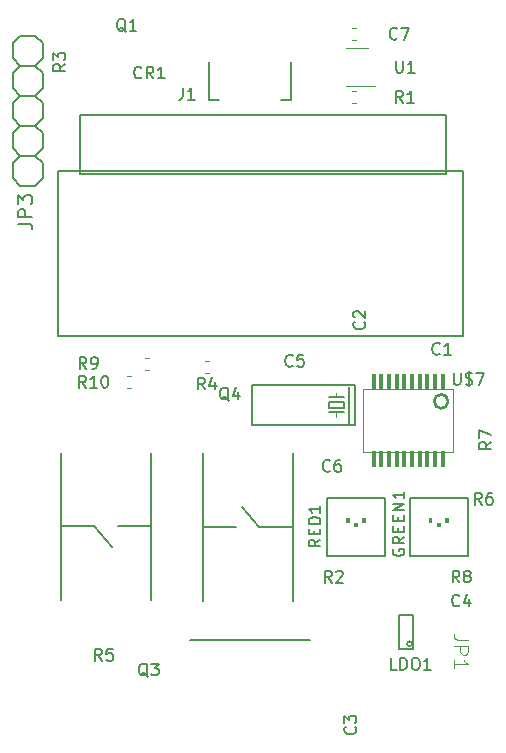
<source format=gbr>
G04 #@! TF.GenerationSoftware,KiCad,Pcbnew,(5.1.6)-1*
G04 #@! TF.CreationDate,2021-03-08T10:10:15+01:00*
G04 #@! TF.ProjectId,P_sensor v10.0,505f7365-6e73-46f7-9220-7631302e302e,rev?*
G04 #@! TF.SameCoordinates,Original*
G04 #@! TF.FileFunction,Legend,Top*
G04 #@! TF.FilePolarity,Positive*
%FSLAX46Y46*%
G04 Gerber Fmt 4.6, Leading zero omitted, Abs format (unit mm)*
G04 Created by KiCad (PCBNEW (5.1.6)-1) date 2021-03-08 10:10:15*
%MOMM*%
%LPD*%
G01*
G04 APERTURE LIST*
%ADD10C,0.120000*%
%ADD11C,0.203200*%
%ADD12C,0.254000*%
%ADD13C,0.100000*%
%ADD14C,0.127000*%
%ADD15C,0.152400*%
%ADD16C,0.050800*%
%ADD17C,0.150000*%
%ADD18C,0.120650*%
G04 APERTURE END LIST*
D10*
X162214779Y-74678000D02*
X161889221Y-74678000D01*
X162214779Y-73658000D02*
X161889221Y-73658000D01*
X163738779Y-73110000D02*
X163413221Y-73110000D01*
X163738779Y-72090000D02*
X163413221Y-72090000D01*
X168818779Y-73408000D02*
X168493221Y-73408000D01*
X168818779Y-72388000D02*
X168493221Y-72388000D01*
D11*
X168802420Y-47090140D02*
X168802420Y-50288000D01*
X168802420Y-50288000D02*
X169701580Y-50288000D01*
X174898420Y-50288000D02*
X175797580Y-50288000D01*
X175797580Y-50288000D02*
X175797580Y-47090140D01*
D10*
X182256000Y-45888000D02*
X180456000Y-45888000D01*
X180456000Y-49108000D02*
X182906000Y-49108000D01*
X180939221Y-49528000D02*
X181264779Y-49528000D01*
X180939221Y-50548000D02*
X181264779Y-50548000D01*
X180939221Y-44194000D02*
X181264779Y-44194000D01*
X180939221Y-45214000D02*
X181264779Y-45214000D01*
X181861100Y-74763600D02*
X189521100Y-74763600D01*
X181861100Y-80063600D02*
X189521100Y-80063600D01*
X181861100Y-74763600D02*
X181861100Y-80063600D01*
X189521100Y-80063600D02*
X189521100Y-74763600D01*
D12*
X189069500Y-75788600D02*
G75*
G03*
X189069500Y-75788600I-585900J0D01*
G01*
D13*
G36*
X182603600Y-74813600D02*
G01*
X182928600Y-74813600D01*
X182928600Y-73513600D01*
X182603600Y-73513600D01*
X182603600Y-74813600D01*
G37*
G36*
X183253600Y-74813600D02*
G01*
X183578600Y-74813600D01*
X183578600Y-73513600D01*
X183253600Y-73513600D01*
X183253600Y-74813600D01*
G37*
G36*
X183903600Y-74813600D02*
G01*
X184228600Y-74813600D01*
X184228600Y-73513600D01*
X183903600Y-73513600D01*
X183903600Y-74813600D01*
G37*
G36*
X184553600Y-74813600D02*
G01*
X184878600Y-74813600D01*
X184878600Y-73513600D01*
X184553600Y-73513600D01*
X184553600Y-74813600D01*
G37*
G36*
X185203600Y-74813600D02*
G01*
X185528600Y-74813600D01*
X185528600Y-73513600D01*
X185203600Y-73513600D01*
X185203600Y-74813600D01*
G37*
G36*
X185853600Y-74813600D02*
G01*
X186178600Y-74813600D01*
X186178600Y-73513600D01*
X185853600Y-73513600D01*
X185853600Y-74813600D01*
G37*
G36*
X186503600Y-74813600D02*
G01*
X186828600Y-74813600D01*
X186828600Y-73513600D01*
X186503600Y-73513600D01*
X186503600Y-74813600D01*
G37*
G36*
X187153600Y-74813600D02*
G01*
X187478600Y-74813600D01*
X187478600Y-73513600D01*
X187153600Y-73513600D01*
X187153600Y-74813600D01*
G37*
G36*
X187803600Y-74813600D02*
G01*
X188128600Y-74813600D01*
X188128600Y-73513600D01*
X187803600Y-73513600D01*
X187803600Y-74813600D01*
G37*
G36*
X188453600Y-74813600D02*
G01*
X188778600Y-74813600D01*
X188778600Y-73513600D01*
X188453600Y-73513600D01*
X188453600Y-74813600D01*
G37*
G36*
X182603600Y-81313600D02*
G01*
X182928600Y-81313600D01*
X182928600Y-80013600D01*
X182603600Y-80013600D01*
X182603600Y-81313600D01*
G37*
G36*
X183253600Y-81313600D02*
G01*
X183578600Y-81313600D01*
X183578600Y-80013600D01*
X183253600Y-80013600D01*
X183253600Y-81313600D01*
G37*
G36*
X183903600Y-81313600D02*
G01*
X184228600Y-81313600D01*
X184228600Y-80013600D01*
X183903600Y-80013600D01*
X183903600Y-81313600D01*
G37*
G36*
X184553600Y-81313600D02*
G01*
X184878600Y-81313600D01*
X184878600Y-80013600D01*
X184553600Y-80013600D01*
X184553600Y-81313600D01*
G37*
G36*
X185203600Y-81313600D02*
G01*
X185528600Y-81313600D01*
X185528600Y-80013600D01*
X185203600Y-80013600D01*
X185203600Y-81313600D01*
G37*
G36*
X185853600Y-81313600D02*
G01*
X186178600Y-81313600D01*
X186178600Y-80013600D01*
X185853600Y-80013600D01*
X185853600Y-81313600D01*
G37*
G36*
X186503600Y-81313600D02*
G01*
X186828600Y-81313600D01*
X186828600Y-80013600D01*
X186503600Y-80013600D01*
X186503600Y-81313600D01*
G37*
G36*
X187153600Y-81313600D02*
G01*
X187478600Y-81313600D01*
X187478600Y-80013600D01*
X187153600Y-80013600D01*
X187153600Y-81313600D01*
G37*
G36*
X187803600Y-81313600D02*
G01*
X188128600Y-81313600D01*
X188128600Y-80013600D01*
X187803600Y-80013600D01*
X187803600Y-81313600D01*
G37*
G36*
X188453600Y-81313600D02*
G01*
X188778600Y-81313600D01*
X188778600Y-80013600D01*
X188453600Y-80013600D01*
X188453600Y-81313600D01*
G37*
D14*
X185821100Y-88863600D02*
X190721100Y-88863600D01*
X190721100Y-88863600D02*
X190721100Y-83963600D01*
X190721100Y-83963600D02*
X185821100Y-83963600D01*
X185821100Y-83963600D02*
X185821100Y-88863600D01*
D13*
G36*
X187421100Y-86063600D02*
G01*
X187746100Y-86063600D01*
X187746100Y-85638600D01*
X187421100Y-85638600D01*
X187421100Y-86063600D01*
G37*
G36*
X188796100Y-86063600D02*
G01*
X189121100Y-86063600D01*
X189121100Y-85638600D01*
X188796100Y-85638600D01*
X188796100Y-86063600D01*
G37*
G36*
X188096100Y-86413600D02*
G01*
X188446100Y-86413600D01*
X188446100Y-86063600D01*
X188096100Y-86063600D01*
X188096100Y-86413600D01*
G37*
D14*
X186101100Y-93913600D02*
X186101100Y-96713600D01*
X186101100Y-96713600D02*
X184901100Y-96713600D01*
X184901100Y-96713600D02*
X184901100Y-93913600D01*
X184901100Y-93913600D02*
X186101100Y-93913600D01*
X186001100Y-96313600D02*
G75*
G03*
X186001100Y-96313600I-200000J0D01*
G01*
X163901100Y-80133600D02*
X163901100Y-86383600D01*
X163901100Y-86383600D02*
X163901100Y-92633600D01*
X156281100Y-80133600D02*
X156281100Y-86383600D01*
X156281100Y-86383600D02*
X156281100Y-92633600D01*
X156281100Y-86383600D02*
X159091100Y-86383600D01*
X161091100Y-86383600D02*
X163901100Y-86383600D01*
X159091100Y-86383600D02*
X160591100Y-88083600D01*
X168291100Y-92653600D02*
X168291100Y-86403600D01*
X168291100Y-86403600D02*
X168291100Y-80153600D01*
X175911100Y-92653600D02*
X175911100Y-86403600D01*
X175911100Y-86403600D02*
X175911100Y-80153600D01*
X175911100Y-86403600D02*
X173101100Y-86403600D01*
X171101100Y-86403600D02*
X168291100Y-86403600D01*
X173101100Y-86403600D02*
X171601100Y-84703600D01*
X167221100Y-96003600D02*
X177421100Y-96003600D01*
D15*
X180248100Y-75809600D02*
X178978100Y-75809600D01*
X178978100Y-75809600D02*
X178978100Y-76317600D01*
X178978100Y-76317600D02*
X180248100Y-76317600D01*
X180248100Y-76317600D02*
X180248100Y-75809600D01*
X180248100Y-76698600D02*
X179613100Y-76698600D01*
X179613100Y-76698600D02*
X178978100Y-76698600D01*
D16*
X179613100Y-76698600D02*
X179613100Y-77079600D01*
D15*
X180248100Y-75428600D02*
X179613100Y-75428600D01*
X179613100Y-75428600D02*
X178978100Y-75428600D01*
D16*
X179613100Y-75428600D02*
X179613100Y-75047600D01*
D14*
X181201100Y-77793600D02*
X172501100Y-77793600D01*
X181201100Y-77793600D02*
X181201100Y-74393600D01*
X172501100Y-77793600D02*
X172501100Y-74393600D01*
X181201100Y-74393600D02*
X172501100Y-74393600D01*
X180661100Y-77617600D02*
X180661100Y-74569600D01*
D15*
X152231100Y-49298600D02*
X152231100Y-48028600D01*
X152231100Y-48028600D02*
X152866100Y-47393600D01*
X152866100Y-47393600D02*
X154136100Y-47393600D01*
X154136100Y-47393600D02*
X154771100Y-48028600D01*
X152866100Y-52473600D02*
X152231100Y-51838600D01*
X152231100Y-51838600D02*
X152231100Y-50568600D01*
X152231100Y-50568600D02*
X152866100Y-49933600D01*
X152866100Y-49933600D02*
X154136100Y-49933600D01*
X154136100Y-49933600D02*
X154771100Y-50568600D01*
X154771100Y-50568600D02*
X154771100Y-51838600D01*
X154771100Y-51838600D02*
X154136100Y-52473600D01*
X152231100Y-49298600D02*
X152866100Y-49933600D01*
X154136100Y-49933600D02*
X154771100Y-49298600D01*
X154771100Y-48028600D02*
X154771100Y-49298600D01*
X152231100Y-56918600D02*
X152231100Y-55648600D01*
X152231100Y-55648600D02*
X152866100Y-55013600D01*
X152866100Y-55013600D02*
X154136100Y-55013600D01*
X154136100Y-55013600D02*
X154771100Y-55648600D01*
X152866100Y-55013600D02*
X152231100Y-54378600D01*
X152231100Y-54378600D02*
X152231100Y-53108600D01*
X152231100Y-53108600D02*
X152866100Y-52473600D01*
X152866100Y-52473600D02*
X154136100Y-52473600D01*
X154136100Y-52473600D02*
X154771100Y-53108600D01*
X154771100Y-53108600D02*
X154771100Y-54378600D01*
X154771100Y-54378600D02*
X154136100Y-55013600D01*
X152866100Y-57553600D02*
X154136100Y-57553600D01*
X152231100Y-56918600D02*
X152866100Y-57553600D01*
X154136100Y-57553600D02*
X154771100Y-56918600D01*
X154771100Y-55648600D02*
X154771100Y-56918600D01*
X152231100Y-46758600D02*
X152231100Y-45488600D01*
X152231100Y-45488600D02*
X152866100Y-44853600D01*
X152866100Y-44853600D02*
X154136100Y-44853600D01*
X154136100Y-44853600D02*
X154771100Y-45488600D01*
X152231100Y-46758600D02*
X152866100Y-47393600D01*
X154136100Y-47393600D02*
X154771100Y-46758600D01*
X154771100Y-45488600D02*
X154771100Y-46758600D01*
D14*
X188901100Y-51503600D02*
X157901100Y-51503600D01*
X157901100Y-51503600D02*
X157901100Y-56503600D01*
X157901100Y-56503600D02*
X188901100Y-56503600D01*
X188901100Y-56503600D02*
X188901100Y-51503600D01*
X190331100Y-70283600D02*
X156041100Y-70283600D01*
X156041100Y-70283600D02*
X156041100Y-56313600D01*
X156041100Y-56313600D02*
X190331100Y-56313600D01*
X190331100Y-56313600D02*
X190331100Y-70283600D01*
X178851100Y-88853600D02*
X183751100Y-88853600D01*
X183751100Y-88853600D02*
X183751100Y-83953600D01*
X183751100Y-83953600D02*
X178851100Y-83953600D01*
X178851100Y-83953600D02*
X178851100Y-88853600D01*
D13*
G36*
X180451100Y-86053600D02*
G01*
X180776100Y-86053600D01*
X180776100Y-85628600D01*
X180451100Y-85628600D01*
X180451100Y-86053600D01*
G37*
G36*
X181826100Y-86053600D02*
G01*
X182151100Y-86053600D01*
X182151100Y-85628600D01*
X181826100Y-85628600D01*
X181826100Y-86053600D01*
G37*
G36*
X181126100Y-86403600D02*
G01*
X181476100Y-86403600D01*
X181476100Y-86053600D01*
X181126100Y-86053600D01*
X181126100Y-86403600D01*
G37*
D17*
X158391622Y-74635620D02*
X158058289Y-74159430D01*
X157820194Y-74635620D02*
X157820194Y-73635620D01*
X158201146Y-73635620D01*
X158296384Y-73683240D01*
X158344003Y-73730859D01*
X158391622Y-73826097D01*
X158391622Y-73968954D01*
X158344003Y-74064192D01*
X158296384Y-74111811D01*
X158201146Y-74159430D01*
X157820194Y-74159430D01*
X159344003Y-74635620D02*
X158772575Y-74635620D01*
X159058289Y-74635620D02*
X159058289Y-73635620D01*
X158963051Y-73778478D01*
X158867813Y-73873716D01*
X158772575Y-73921335D01*
X159963051Y-73635620D02*
X160058289Y-73635620D01*
X160153527Y-73683240D01*
X160201146Y-73730859D01*
X160248765Y-73826097D01*
X160296384Y-74016573D01*
X160296384Y-74254668D01*
X160248765Y-74445144D01*
X160201146Y-74540382D01*
X160153527Y-74588001D01*
X160058289Y-74635620D01*
X159963051Y-74635620D01*
X159867813Y-74588001D01*
X159820194Y-74540382D01*
X159772575Y-74445144D01*
X159724956Y-74254668D01*
X159724956Y-74016573D01*
X159772575Y-73826097D01*
X159820194Y-73730859D01*
X159867813Y-73683240D01*
X159963051Y-73635620D01*
X158441093Y-73030340D02*
X158107760Y-72554150D01*
X157869664Y-73030340D02*
X157869664Y-72030340D01*
X158250617Y-72030340D01*
X158345855Y-72077960D01*
X158393474Y-72125579D01*
X158441093Y-72220817D01*
X158441093Y-72363674D01*
X158393474Y-72458912D01*
X158345855Y-72506531D01*
X158250617Y-72554150D01*
X157869664Y-72554150D01*
X158917283Y-73030340D02*
X159107760Y-73030340D01*
X159202998Y-72982721D01*
X159250617Y-72935102D01*
X159345855Y-72792245D01*
X159393474Y-72601769D01*
X159393474Y-72220817D01*
X159345855Y-72125579D01*
X159298236Y-72077960D01*
X159202998Y-72030340D01*
X159012521Y-72030340D01*
X158917283Y-72077960D01*
X158869664Y-72125579D01*
X158822045Y-72220817D01*
X158822045Y-72458912D01*
X158869664Y-72554150D01*
X158917283Y-72601769D01*
X159012521Y-72649388D01*
X159202998Y-72649388D01*
X159298236Y-72601769D01*
X159345855Y-72554150D01*
X159393474Y-72458912D01*
X168489333Y-74780380D02*
X168156000Y-74304190D01*
X167917904Y-74780380D02*
X167917904Y-73780380D01*
X168298857Y-73780380D01*
X168394095Y-73828000D01*
X168441714Y-73875619D01*
X168489333Y-73970857D01*
X168489333Y-74113714D01*
X168441714Y-74208952D01*
X168394095Y-74256571D01*
X168298857Y-74304190D01*
X167917904Y-74304190D01*
X169346476Y-74113714D02*
X169346476Y-74780380D01*
X169108380Y-73732761D02*
X168870285Y-74447047D01*
X169489333Y-74447047D01*
X166632666Y-49232380D02*
X166632666Y-49946666D01*
X166585047Y-50089523D01*
X166489809Y-50184761D01*
X166346952Y-50232380D01*
X166251714Y-50232380D01*
X167632666Y-50232380D02*
X167061238Y-50232380D01*
X167346952Y-50232380D02*
X167346952Y-49232380D01*
X167251714Y-49375238D01*
X167156476Y-49470476D01*
X167061238Y-49518095D01*
X184658095Y-46950380D02*
X184658095Y-47759904D01*
X184705714Y-47855142D01*
X184753333Y-47902761D01*
X184848571Y-47950380D01*
X185039047Y-47950380D01*
X185134285Y-47902761D01*
X185181904Y-47855142D01*
X185229523Y-47759904D01*
X185229523Y-46950380D01*
X186229523Y-47950380D02*
X185658095Y-47950380D01*
X185943809Y-47950380D02*
X185943809Y-46950380D01*
X185848571Y-47093238D01*
X185753333Y-47188476D01*
X185658095Y-47236095D01*
X185253333Y-50490380D02*
X184920000Y-50014190D01*
X184681904Y-50490380D02*
X184681904Y-49490380D01*
X185062857Y-49490380D01*
X185158095Y-49538000D01*
X185205714Y-49585619D01*
X185253333Y-49680857D01*
X185253333Y-49823714D01*
X185205714Y-49918952D01*
X185158095Y-49966571D01*
X185062857Y-50014190D01*
X184681904Y-50014190D01*
X186205714Y-50490380D02*
X185634285Y-50490380D01*
X185920000Y-50490380D02*
X185920000Y-49490380D01*
X185824761Y-49633238D01*
X185729523Y-49728476D01*
X185634285Y-49776095D01*
X184745333Y-45061142D02*
X184697714Y-45108761D01*
X184554857Y-45156380D01*
X184459619Y-45156380D01*
X184316761Y-45108761D01*
X184221523Y-45013523D01*
X184173904Y-44918285D01*
X184126285Y-44727809D01*
X184126285Y-44584952D01*
X184173904Y-44394476D01*
X184221523Y-44299238D01*
X184316761Y-44204000D01*
X184459619Y-44156380D01*
X184554857Y-44156380D01*
X184697714Y-44204000D01*
X184745333Y-44251619D01*
X185078666Y-44156380D02*
X185745333Y-44156380D01*
X185316761Y-45156380D01*
X179215023Y-91138380D02*
X178881690Y-90662190D01*
X178643595Y-91138380D02*
X178643595Y-90138380D01*
X179024547Y-90138380D01*
X179119785Y-90186000D01*
X179167404Y-90233619D01*
X179215023Y-90328857D01*
X179215023Y-90471714D01*
X179167404Y-90566952D01*
X179119785Y-90614571D01*
X179024547Y-90662190D01*
X178643595Y-90662190D01*
X179595976Y-90233619D02*
X179643595Y-90186000D01*
X179738833Y-90138380D01*
X179976928Y-90138380D01*
X180072166Y-90186000D01*
X180119785Y-90233619D01*
X180167404Y-90328857D01*
X180167404Y-90424095D01*
X180119785Y-90566952D01*
X179548357Y-91138380D01*
X180167404Y-91138380D01*
X156654380Y-47214357D02*
X156178190Y-47547690D01*
X156654380Y-47785785D02*
X155654380Y-47785785D01*
X155654380Y-47404833D01*
X155702000Y-47309595D01*
X155749619Y-47261976D01*
X155844857Y-47214357D01*
X155987714Y-47214357D01*
X156082952Y-47261976D01*
X156130571Y-47309595D01*
X156178190Y-47404833D01*
X156178190Y-47785785D01*
X155654380Y-46881023D02*
X155654380Y-46261976D01*
X156035333Y-46595309D01*
X156035333Y-46452452D01*
X156082952Y-46357214D01*
X156130571Y-46309595D01*
X156225809Y-46261976D01*
X156463904Y-46261976D01*
X156559142Y-46309595D01*
X156606761Y-46357214D01*
X156654380Y-46452452D01*
X156654380Y-46738166D01*
X156606761Y-46833404D01*
X156559142Y-46881023D01*
X159762123Y-97742380D02*
X159428790Y-97266190D01*
X159190695Y-97742380D02*
X159190695Y-96742380D01*
X159571647Y-96742380D01*
X159666885Y-96790000D01*
X159714504Y-96837619D01*
X159762123Y-96932857D01*
X159762123Y-97075714D01*
X159714504Y-97170952D01*
X159666885Y-97218571D01*
X159571647Y-97266190D01*
X159190695Y-97266190D01*
X160666885Y-96742380D02*
X160190695Y-96742380D01*
X160143076Y-97218571D01*
X160190695Y-97170952D01*
X160285933Y-97123333D01*
X160524028Y-97123333D01*
X160619266Y-97170952D01*
X160666885Y-97218571D01*
X160714504Y-97313809D01*
X160714504Y-97551904D01*
X160666885Y-97647142D01*
X160619266Y-97694761D01*
X160524028Y-97742380D01*
X160285933Y-97742380D01*
X160190695Y-97694761D01*
X160143076Y-97647142D01*
X190021642Y-91122380D02*
X189688309Y-90646190D01*
X189450214Y-91122380D02*
X189450214Y-90122380D01*
X189831166Y-90122380D01*
X189926404Y-90170000D01*
X189974023Y-90217619D01*
X190021642Y-90312857D01*
X190021642Y-90455714D01*
X189974023Y-90550952D01*
X189926404Y-90598571D01*
X189831166Y-90646190D01*
X189450214Y-90646190D01*
X190593071Y-90550952D02*
X190497833Y-90503333D01*
X190450214Y-90455714D01*
X190402595Y-90360476D01*
X190402595Y-90312857D01*
X190450214Y-90217619D01*
X190497833Y-90170000D01*
X190593071Y-90122380D01*
X190783547Y-90122380D01*
X190878785Y-90170000D01*
X190926404Y-90217619D01*
X190974023Y-90312857D01*
X190974023Y-90360476D01*
X190926404Y-90455714D01*
X190878785Y-90503333D01*
X190783547Y-90550952D01*
X190593071Y-90550952D01*
X190497833Y-90598571D01*
X190450214Y-90646190D01*
X190402595Y-90741428D01*
X190402595Y-90931904D01*
X190450214Y-91027142D01*
X190497833Y-91074761D01*
X190593071Y-91122380D01*
X190783547Y-91122380D01*
X190878785Y-91074761D01*
X190926404Y-91027142D01*
X190974023Y-90931904D01*
X190974023Y-90741428D01*
X190926404Y-90646190D01*
X190878785Y-90598571D01*
X190783547Y-90550952D01*
X161784261Y-44497619D02*
X161689023Y-44450000D01*
X161593785Y-44354761D01*
X161450928Y-44211904D01*
X161355690Y-44164285D01*
X161260452Y-44164285D01*
X161308071Y-44402380D02*
X161212833Y-44354761D01*
X161117595Y-44259523D01*
X161069976Y-44069047D01*
X161069976Y-43735714D01*
X161117595Y-43545238D01*
X161212833Y-43450000D01*
X161308071Y-43402380D01*
X161498547Y-43402380D01*
X161593785Y-43450000D01*
X161689023Y-43545238D01*
X161736642Y-43735714D01*
X161736642Y-44069047D01*
X161689023Y-44259523D01*
X161593785Y-44354761D01*
X161498547Y-44402380D01*
X161308071Y-44402380D01*
X162689023Y-44402380D02*
X162117595Y-44402380D01*
X162403309Y-44402380D02*
X162403309Y-43402380D01*
X162308071Y-43545238D01*
X162212833Y-43640476D01*
X162117595Y-43688095D01*
X163653261Y-99091619D02*
X163558023Y-99044000D01*
X163462785Y-98948761D01*
X163319928Y-98805904D01*
X163224690Y-98758285D01*
X163129452Y-98758285D01*
X163177071Y-98996380D02*
X163081833Y-98948761D01*
X162986595Y-98853523D01*
X162938976Y-98663047D01*
X162938976Y-98329714D01*
X162986595Y-98139238D01*
X163081833Y-98044000D01*
X163177071Y-97996380D01*
X163367547Y-97996380D01*
X163462785Y-98044000D01*
X163558023Y-98139238D01*
X163605642Y-98329714D01*
X163605642Y-98663047D01*
X163558023Y-98853523D01*
X163462785Y-98948761D01*
X163367547Y-98996380D01*
X163177071Y-98996380D01*
X163938976Y-97996380D02*
X164558023Y-97996380D01*
X164224690Y-98377333D01*
X164367547Y-98377333D01*
X164462785Y-98424952D01*
X164510404Y-98472571D01*
X164558023Y-98567809D01*
X164558023Y-98805904D01*
X164510404Y-98901142D01*
X164462785Y-98948761D01*
X164367547Y-98996380D01*
X164081833Y-98996380D01*
X163986595Y-98948761D01*
X163938976Y-98901142D01*
X191915023Y-84534380D02*
X191581690Y-84058190D01*
X191343595Y-84534380D02*
X191343595Y-83534380D01*
X191724547Y-83534380D01*
X191819785Y-83582000D01*
X191867404Y-83629619D01*
X191915023Y-83724857D01*
X191915023Y-83867714D01*
X191867404Y-83962952D01*
X191819785Y-84010571D01*
X191724547Y-84058190D01*
X191343595Y-84058190D01*
X192772166Y-83534380D02*
X192581690Y-83534380D01*
X192486452Y-83582000D01*
X192438833Y-83629619D01*
X192343595Y-83772476D01*
X192295976Y-83962952D01*
X192295976Y-84343904D01*
X192343595Y-84439142D01*
X192391214Y-84486761D01*
X192486452Y-84534380D01*
X192676928Y-84534380D01*
X192772166Y-84486761D01*
X192819785Y-84439142D01*
X192867404Y-84343904D01*
X192867404Y-84105809D01*
X192819785Y-84010571D01*
X192772166Y-83962952D01*
X192676928Y-83915333D01*
X192486452Y-83915333D01*
X192391214Y-83962952D01*
X192343595Y-84010571D01*
X192295976Y-84105809D01*
X192722380Y-79218357D02*
X192246190Y-79551690D01*
X192722380Y-79789785D02*
X191722380Y-79789785D01*
X191722380Y-79408833D01*
X191770000Y-79313595D01*
X191817619Y-79265976D01*
X191912857Y-79218357D01*
X192055714Y-79218357D01*
X192150952Y-79265976D01*
X192198571Y-79313595D01*
X192246190Y-79408833D01*
X192246190Y-79789785D01*
X191722380Y-78885023D02*
X191722380Y-78218357D01*
X192722380Y-78646928D01*
X175913023Y-72755142D02*
X175865404Y-72802761D01*
X175722547Y-72850380D01*
X175627309Y-72850380D01*
X175484452Y-72802761D01*
X175389214Y-72707523D01*
X175341595Y-72612285D01*
X175293976Y-72421809D01*
X175293976Y-72278952D01*
X175341595Y-72088476D01*
X175389214Y-71993238D01*
X175484452Y-71898000D01*
X175627309Y-71850380D01*
X175722547Y-71850380D01*
X175865404Y-71898000D01*
X175913023Y-71945619D01*
X176817785Y-71850380D02*
X176341595Y-71850380D01*
X176293976Y-72326571D01*
X176341595Y-72278952D01*
X176436833Y-72231333D01*
X176674928Y-72231333D01*
X176770166Y-72278952D01*
X176817785Y-72326571D01*
X176865404Y-72421809D01*
X176865404Y-72659904D01*
X176817785Y-72755142D01*
X176770166Y-72802761D01*
X176674928Y-72850380D01*
X176436833Y-72850380D01*
X176341595Y-72802761D01*
X176293976Y-72755142D01*
X179069123Y-81645142D02*
X179021504Y-81692761D01*
X178878647Y-81740380D01*
X178783409Y-81740380D01*
X178640552Y-81692761D01*
X178545314Y-81597523D01*
X178497695Y-81502285D01*
X178450076Y-81311809D01*
X178450076Y-81168952D01*
X178497695Y-80978476D01*
X178545314Y-80883238D01*
X178640552Y-80788000D01*
X178783409Y-80740380D01*
X178878647Y-80740380D01*
X179021504Y-80788000D01*
X179069123Y-80835619D01*
X179926266Y-80740380D02*
X179735790Y-80740380D01*
X179640552Y-80788000D01*
X179592933Y-80835619D01*
X179497695Y-80978476D01*
X179450076Y-81168952D01*
X179450076Y-81549904D01*
X179497695Y-81645142D01*
X179545314Y-81692761D01*
X179640552Y-81740380D01*
X179831028Y-81740380D01*
X179926266Y-81692761D01*
X179973885Y-81645142D01*
X180021504Y-81549904D01*
X180021504Y-81311809D01*
X179973885Y-81216571D01*
X179926266Y-81168952D01*
X179831028Y-81121333D01*
X179640552Y-81121333D01*
X179545314Y-81168952D01*
X179497695Y-81216571D01*
X179450076Y-81311809D01*
X189565595Y-73374380D02*
X189565595Y-74183904D01*
X189613214Y-74279142D01*
X189660833Y-74326761D01*
X189756071Y-74374380D01*
X189946547Y-74374380D01*
X190041785Y-74326761D01*
X190089404Y-74279142D01*
X190137023Y-74183904D01*
X190137023Y-73374380D01*
X190565595Y-74326761D02*
X190708452Y-74374380D01*
X190946547Y-74374380D01*
X191041785Y-74326761D01*
X191089404Y-74279142D01*
X191137023Y-74183904D01*
X191137023Y-74088666D01*
X191089404Y-73993428D01*
X191041785Y-73945809D01*
X190946547Y-73898190D01*
X190756071Y-73850571D01*
X190660833Y-73802952D01*
X190613214Y-73755333D01*
X190565595Y-73660095D01*
X190565595Y-73564857D01*
X190613214Y-73469619D01*
X190660833Y-73422000D01*
X190756071Y-73374380D01*
X190994166Y-73374380D01*
X191137023Y-73422000D01*
X190851309Y-73231523D02*
X190851309Y-74517238D01*
X191470357Y-73374380D02*
X192137023Y-73374380D01*
X191708452Y-74374380D01*
X188359023Y-71739142D02*
X188311404Y-71786761D01*
X188168547Y-71834380D01*
X188073309Y-71834380D01*
X187930452Y-71786761D01*
X187835214Y-71691523D01*
X187787595Y-71596285D01*
X187739976Y-71405809D01*
X187739976Y-71262952D01*
X187787595Y-71072476D01*
X187835214Y-70977238D01*
X187930452Y-70882000D01*
X188073309Y-70834380D01*
X188168547Y-70834380D01*
X188311404Y-70882000D01*
X188359023Y-70929619D01*
X189311404Y-71834380D02*
X188739976Y-71834380D01*
X189025690Y-71834380D02*
X189025690Y-70834380D01*
X188930452Y-70977238D01*
X188835214Y-71072476D01*
X188739976Y-71120095D01*
X163113642Y-48355142D02*
X163066023Y-48402761D01*
X162923166Y-48450380D01*
X162827928Y-48450380D01*
X162685071Y-48402761D01*
X162589833Y-48307523D01*
X162542214Y-48212285D01*
X162494595Y-48021809D01*
X162494595Y-47878952D01*
X162542214Y-47688476D01*
X162589833Y-47593238D01*
X162685071Y-47498000D01*
X162827928Y-47450380D01*
X162923166Y-47450380D01*
X163066023Y-47498000D01*
X163113642Y-47545619D01*
X164113642Y-48450380D02*
X163780309Y-47974190D01*
X163542214Y-48450380D02*
X163542214Y-47450380D01*
X163923166Y-47450380D01*
X164018404Y-47498000D01*
X164066023Y-47545619D01*
X164113642Y-47640857D01*
X164113642Y-47783714D01*
X164066023Y-47878952D01*
X164018404Y-47926571D01*
X163923166Y-47974190D01*
X163542214Y-47974190D01*
X165066023Y-48450380D02*
X164494595Y-48450380D01*
X164780309Y-48450380D02*
X164780309Y-47450380D01*
X164685071Y-47593238D01*
X164589833Y-47688476D01*
X164494595Y-47736095D01*
X184420000Y-88294595D02*
X184372380Y-88389833D01*
X184372380Y-88532690D01*
X184420000Y-88675547D01*
X184515238Y-88770785D01*
X184610476Y-88818404D01*
X184800952Y-88866023D01*
X184943809Y-88866023D01*
X185134285Y-88818404D01*
X185229523Y-88770785D01*
X185324761Y-88675547D01*
X185372380Y-88532690D01*
X185372380Y-88437452D01*
X185324761Y-88294595D01*
X185277142Y-88246976D01*
X184943809Y-88246976D01*
X184943809Y-88437452D01*
X185372380Y-87246976D02*
X184896190Y-87580309D01*
X185372380Y-87818404D02*
X184372380Y-87818404D01*
X184372380Y-87437452D01*
X184420000Y-87342214D01*
X184467619Y-87294595D01*
X184562857Y-87246976D01*
X184705714Y-87246976D01*
X184800952Y-87294595D01*
X184848571Y-87342214D01*
X184896190Y-87437452D01*
X184896190Y-87818404D01*
X184848571Y-86818404D02*
X184848571Y-86485071D01*
X185372380Y-86342214D02*
X185372380Y-86818404D01*
X184372380Y-86818404D01*
X184372380Y-86342214D01*
X184848571Y-85913642D02*
X184848571Y-85580309D01*
X185372380Y-85437452D02*
X185372380Y-85913642D01*
X184372380Y-85913642D01*
X184372380Y-85437452D01*
X185372380Y-85008880D02*
X184372380Y-85008880D01*
X185372380Y-84437452D01*
X184372380Y-84437452D01*
X185372380Y-83437452D02*
X185372380Y-84008880D01*
X185372380Y-83723166D02*
X184372380Y-83723166D01*
X184515238Y-83818404D01*
X184610476Y-83913642D01*
X184658095Y-84008880D01*
D18*
X190747952Y-95960398D02*
X189886166Y-95960398D01*
X189713809Y-95902946D01*
X189598904Y-95788041D01*
X189541452Y-95615684D01*
X189541452Y-95500779D01*
X189541452Y-96534922D02*
X190747952Y-96534922D01*
X190747952Y-96994541D01*
X190690500Y-97109446D01*
X190633047Y-97166898D01*
X190518142Y-97224351D01*
X190345785Y-97224351D01*
X190230880Y-97166898D01*
X190173428Y-97109446D01*
X190115976Y-96994541D01*
X190115976Y-96534922D01*
X189541452Y-98373398D02*
X189541452Y-97683970D01*
X189541452Y-98028684D02*
X190747952Y-98028684D01*
X190575595Y-97913779D01*
X190460690Y-97798874D01*
X190403238Y-97683970D01*
D17*
X184707785Y-98504380D02*
X184231595Y-98504380D01*
X184231595Y-97504380D01*
X185041119Y-98504380D02*
X185041119Y-97504380D01*
X185279214Y-97504380D01*
X185422071Y-97552000D01*
X185517309Y-97647238D01*
X185564928Y-97742476D01*
X185612547Y-97932952D01*
X185612547Y-98075809D01*
X185564928Y-98266285D01*
X185517309Y-98361523D01*
X185422071Y-98456761D01*
X185279214Y-98504380D01*
X185041119Y-98504380D01*
X186231595Y-97504380D02*
X186422071Y-97504380D01*
X186517309Y-97552000D01*
X186612547Y-97647238D01*
X186660166Y-97837714D01*
X186660166Y-98171047D01*
X186612547Y-98361523D01*
X186517309Y-98456761D01*
X186422071Y-98504380D01*
X186231595Y-98504380D01*
X186136357Y-98456761D01*
X186041119Y-98361523D01*
X185993500Y-98171047D01*
X185993500Y-97837714D01*
X186041119Y-97647238D01*
X186136357Y-97552000D01*
X186231595Y-97504380D01*
X187612547Y-98504380D02*
X187041119Y-98504380D01*
X187326833Y-98504380D02*
X187326833Y-97504380D01*
X187231595Y-97647238D01*
X187136357Y-97742476D01*
X187041119Y-97790095D01*
X190021642Y-93059142D02*
X189974023Y-93106761D01*
X189831166Y-93154380D01*
X189735928Y-93154380D01*
X189593071Y-93106761D01*
X189497833Y-93011523D01*
X189450214Y-92916285D01*
X189402595Y-92725809D01*
X189402595Y-92582952D01*
X189450214Y-92392476D01*
X189497833Y-92297238D01*
X189593071Y-92202000D01*
X189735928Y-92154380D01*
X189831166Y-92154380D01*
X189974023Y-92202000D01*
X190021642Y-92249619D01*
X190878785Y-92487714D02*
X190878785Y-93154380D01*
X190640690Y-92106761D02*
X190402595Y-92821047D01*
X191021642Y-92821047D01*
X181959142Y-69058357D02*
X182006761Y-69105976D01*
X182054380Y-69248833D01*
X182054380Y-69344071D01*
X182006761Y-69486928D01*
X181911523Y-69582166D01*
X181816285Y-69629785D01*
X181625809Y-69677404D01*
X181482952Y-69677404D01*
X181292476Y-69629785D01*
X181197238Y-69582166D01*
X181102000Y-69486928D01*
X181054380Y-69344071D01*
X181054380Y-69248833D01*
X181102000Y-69105976D01*
X181149619Y-69058357D01*
X181149619Y-68677404D02*
X181102000Y-68629785D01*
X181054380Y-68534547D01*
X181054380Y-68296452D01*
X181102000Y-68201214D01*
X181149619Y-68153595D01*
X181244857Y-68105976D01*
X181340095Y-68105976D01*
X181482952Y-68153595D01*
X182054380Y-68725023D01*
X182054380Y-68105976D01*
X170511261Y-75723619D02*
X170416023Y-75676000D01*
X170320785Y-75580761D01*
X170177928Y-75437904D01*
X170082690Y-75390285D01*
X169987452Y-75390285D01*
X170035071Y-75628380D02*
X169939833Y-75580761D01*
X169844595Y-75485523D01*
X169796976Y-75295047D01*
X169796976Y-74961714D01*
X169844595Y-74771238D01*
X169939833Y-74676000D01*
X170035071Y-74628380D01*
X170225547Y-74628380D01*
X170320785Y-74676000D01*
X170416023Y-74771238D01*
X170463642Y-74961714D01*
X170463642Y-75295047D01*
X170416023Y-75485523D01*
X170320785Y-75580761D01*
X170225547Y-75628380D01*
X170035071Y-75628380D01*
X171320785Y-74961714D02*
X171320785Y-75628380D01*
X171082690Y-74580761D02*
X170844595Y-75295047D01*
X171463642Y-75295047D01*
X181197142Y-103348357D02*
X181244761Y-103395976D01*
X181292380Y-103538833D01*
X181292380Y-103634071D01*
X181244761Y-103776928D01*
X181149523Y-103872166D01*
X181054285Y-103919785D01*
X180863809Y-103967404D01*
X180720952Y-103967404D01*
X180530476Y-103919785D01*
X180435238Y-103872166D01*
X180340000Y-103776928D01*
X180292380Y-103634071D01*
X180292380Y-103538833D01*
X180340000Y-103395976D01*
X180387619Y-103348357D01*
X180292380Y-103015023D02*
X180292380Y-102395976D01*
X180673333Y-102729309D01*
X180673333Y-102586452D01*
X180720952Y-102491214D01*
X180768571Y-102443595D01*
X180863809Y-102395976D01*
X181101904Y-102395976D01*
X181197142Y-102443595D01*
X181244761Y-102491214D01*
X181292380Y-102586452D01*
X181292380Y-102872166D01*
X181244761Y-102967404D01*
X181197142Y-103015023D01*
D14*
X152660047Y-60753473D02*
X153521833Y-60753473D01*
X153694190Y-60810926D01*
X153809095Y-60925830D01*
X153866547Y-61098188D01*
X153866547Y-61213092D01*
X153866547Y-60178950D02*
X152660047Y-60178950D01*
X152660047Y-59719330D01*
X152717500Y-59604426D01*
X152774952Y-59546973D01*
X152889857Y-59489521D01*
X153062214Y-59489521D01*
X153177119Y-59546973D01*
X153234571Y-59604426D01*
X153292023Y-59719330D01*
X153292023Y-60178950D01*
X152660047Y-59087354D02*
X152660047Y-58340473D01*
X153119666Y-58742640D01*
X153119666Y-58570283D01*
X153177119Y-58455378D01*
X153234571Y-58397926D01*
X153349476Y-58340473D01*
X153636738Y-58340473D01*
X153751642Y-58397926D01*
X153809095Y-58455378D01*
X153866547Y-58570283D01*
X153866547Y-58914997D01*
X153809095Y-59029902D01*
X153751642Y-59087354D01*
D17*
X178260380Y-87484976D02*
X177784190Y-87818309D01*
X178260380Y-88056404D02*
X177260380Y-88056404D01*
X177260380Y-87675452D01*
X177308000Y-87580214D01*
X177355619Y-87532595D01*
X177450857Y-87484976D01*
X177593714Y-87484976D01*
X177688952Y-87532595D01*
X177736571Y-87580214D01*
X177784190Y-87675452D01*
X177784190Y-88056404D01*
X177736571Y-87056404D02*
X177736571Y-86723071D01*
X178260380Y-86580214D02*
X178260380Y-87056404D01*
X177260380Y-87056404D01*
X177260380Y-86580214D01*
X178260380Y-86151642D02*
X177260380Y-86151642D01*
X177260380Y-85913547D01*
X177308000Y-85770690D01*
X177403238Y-85675452D01*
X177498476Y-85627833D01*
X177688952Y-85580214D01*
X177831809Y-85580214D01*
X178022285Y-85627833D01*
X178117523Y-85675452D01*
X178212761Y-85770690D01*
X178260380Y-85913547D01*
X178260380Y-86151642D01*
X178260380Y-84627833D02*
X178260380Y-85199261D01*
X178260380Y-84913547D02*
X177260380Y-84913547D01*
X177403238Y-85008785D01*
X177498476Y-85104023D01*
X177546095Y-85199261D01*
M02*

</source>
